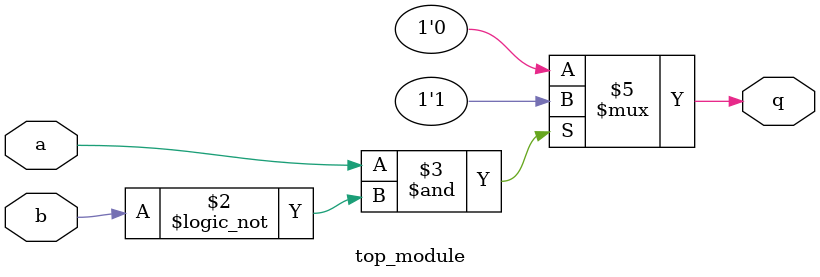
<source format=sv>
module top_module (
    input a, 
    input b, 
    output reg q
);
    
    always @(a or b) begin
        if (a & !b)
            q = 1'b1;
        else
            q = 1'b0;
    end
    
endmodule

</source>
